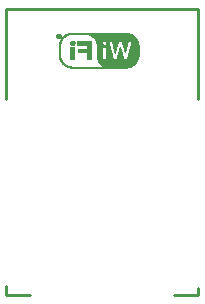
<source format=gbo>
G04 Layer_Color=11579568*
%FSAX24Y24*%
%MOIN*%
G70*
G01*
G75*
%ADD21C,0.0100*%
%ADD33C,0.0005*%
D21*
X201605Y137335D02*
X208005D01*
X201605Y134335D02*
Y137335D01*
Y127785D02*
Y128085D01*
Y127785D02*
X202405D01*
X207205D02*
X208005D01*
Y128035D01*
Y134335D02*
Y137335D01*
D33*
X203740Y136535D02*
X205620D01*
X203710Y136530D02*
X205650D01*
X203690Y136525D02*
X205670D01*
X203670Y136520D02*
X205690D01*
X203655Y136515D02*
X205705D01*
X203640Y136510D02*
X205720D01*
X203630Y136505D02*
X205730D01*
X203615Y136500D02*
X205745D01*
X203315D02*
X203365D01*
X203605Y136495D02*
X205755D01*
X203305D02*
X203380D01*
X204295Y136490D02*
X205765D01*
X203595D02*
X203730D01*
X203295D02*
X203385D01*
X204325Y136485D02*
X205775D01*
X203585D02*
X203705D01*
X203355D02*
X203390D01*
X203290D02*
X203325D01*
X204340Y136480D02*
X205785D01*
X203575D02*
X203685D01*
X203370D02*
X203400D01*
X203285D02*
X203310D01*
X204360Y136475D02*
X205790D01*
X203570D02*
X203665D01*
X203375D02*
X203400D01*
X203280D02*
X203305D01*
X204370Y136470D02*
X205800D01*
X203560D02*
X203650D01*
X203385D02*
X203405D01*
X203275D02*
X203300D01*
X204385Y136465D02*
X205810D01*
X203555D02*
X203640D01*
X203390D02*
X203410D01*
X203330D02*
X203375D01*
X203275D02*
X203295D01*
X204395Y136460D02*
X205815D01*
X203545D02*
X203625D01*
X203390D02*
X203410D01*
X203315D02*
X203375D01*
X203270D02*
X203290D01*
X204405Y136455D02*
X205820D01*
X203540D02*
X203615D01*
X203395D02*
X203415D01*
X203310D02*
X203375D01*
X203270D02*
X203285D01*
X204415Y136450D02*
X205830D01*
X203530D02*
X203605D01*
X203395D02*
X203415D01*
X203360D02*
X203375D01*
X203310D02*
X203335D01*
X203265D02*
X203285D01*
X204425Y136445D02*
X205835D01*
X203525D02*
X203595D01*
X203400D02*
X203415D01*
X203360D02*
X203375D01*
X203310D02*
X203330D01*
X203265D02*
X203280D01*
X204435Y136440D02*
X205840D01*
X203520D02*
X203590D01*
X203400D02*
X203420D01*
X203360D02*
X203375D01*
X203310D02*
X203330D01*
X203265D02*
X203280D01*
X204440Y136435D02*
X205850D01*
X203510D02*
X203580D01*
X203400D02*
X203420D01*
X203360D02*
X203375D01*
X203310D02*
X203330D01*
X203265D02*
X203280D01*
X204450Y136430D02*
X205855D01*
X203505D02*
X203575D01*
X203400D02*
X203420D01*
X203310D02*
X203375D01*
X203260D02*
X203280D01*
X204455Y136425D02*
X205860D01*
X203500D02*
X203565D01*
X203400D02*
X203420D01*
X203315D02*
X203375D01*
X203260D02*
X203280D01*
X204465Y136420D02*
X205865D01*
X203495D02*
X203560D01*
X203405D02*
X203420D01*
X203325D02*
X203375D01*
X203260D02*
X203280D01*
X204470Y136415D02*
X205870D01*
X203490D02*
X203550D01*
X203400D02*
X203420D01*
X203360D02*
X203375D01*
X203325D02*
X203350D01*
X203260D02*
X203280D01*
X204475Y136410D02*
X205875D01*
X203485D02*
X203545D01*
X203400D02*
X203420D01*
X203360D02*
X203375D01*
X203320D02*
X203340D01*
X203265D02*
X203280D01*
X204480Y136405D02*
X205880D01*
X203480D02*
X203540D01*
X203400D02*
X203420D01*
X203360D02*
X203375D01*
X203315D02*
X203340D01*
X203265D02*
X203280D01*
X204490Y136400D02*
X205885D01*
X203475D02*
X203530D01*
X203400D02*
X203415D01*
X203360D02*
X203375D01*
X203315D02*
X203335D01*
X203265D02*
X203285D01*
X204495Y136395D02*
X205890D01*
X203470D02*
X203525D01*
X203395D02*
X203415D01*
X203360D02*
X203375D01*
X203310D02*
X203330D01*
X203265D02*
X203285D01*
X204500Y136390D02*
X205895D01*
X203465D02*
X203520D01*
X203395D02*
X203410D01*
X203360D02*
X203375D01*
X203305D02*
X203330D01*
X203270D02*
X203290D01*
X204505Y136385D02*
X205900D01*
X203460D02*
X203515D01*
X203390D02*
X203410D01*
X203360D02*
X203375D01*
X203305D02*
X203325D01*
X203270D02*
X203290D01*
X204510Y136380D02*
X205905D01*
X203455D02*
X203510D01*
X203385D02*
X203405D01*
X203275D02*
X203295D01*
X204515Y136375D02*
X205910D01*
X203455D02*
X203505D01*
X203380D02*
X203405D01*
X203280D02*
X203305D01*
X204520Y136370D02*
X205910D01*
X203450D02*
X203500D01*
X203370D02*
X203400D01*
X203285D02*
X203310D01*
X204520Y136365D02*
X205915D01*
X203445D02*
X203495D01*
X203360D02*
X203395D01*
X203290D02*
X203320D01*
X204525Y136360D02*
X205920D01*
X203440D02*
X203490D01*
X203295D02*
X203385D01*
X204530Y136355D02*
X205925D01*
X203435D02*
X203490D01*
X203300D02*
X203380D01*
X204535Y136350D02*
X205925D01*
X203435D02*
X203485D01*
X203315D02*
X203365D01*
X204540Y136345D02*
X205930D01*
X203430D02*
X203480D01*
X204545Y136340D02*
X205935D01*
X203425D02*
X203475D01*
X204545Y136335D02*
X205940D01*
X203425D02*
X203470D01*
X204550Y136330D02*
X205940D01*
X203420D02*
X203470D01*
X204555Y136325D02*
X205945D01*
X203415D02*
X203465D01*
X204555Y136320D02*
X205945D01*
X203415D02*
X203460D01*
X204560Y136315D02*
X205950D01*
X203410D02*
X203460D01*
X204565Y136310D02*
X205955D01*
X203410D02*
X203455D01*
X204565Y136305D02*
X205955D01*
X203405D02*
X203450D01*
X204570Y136300D02*
X205960D01*
X203400D02*
X203450D01*
X204570Y136295D02*
X205960D01*
X203400D02*
X203445D01*
X204575Y136290D02*
X205965D01*
X203395D02*
X203445D01*
X204575Y136285D02*
X205965D01*
X203395D02*
X203440D01*
X204580Y136280D02*
X205970D01*
X203390D02*
X203435D01*
X204875Y136275D02*
X205970D01*
X204580D02*
X204850D01*
X203795D02*
X203815D01*
X203390D02*
X203435D01*
X204895Y136270D02*
X205975D01*
X204585D02*
X204835D01*
X203775D02*
X203835D01*
X203390D02*
X203430D01*
X204905Y136265D02*
X205975D01*
X204585D02*
X204825D01*
X203765D02*
X203845D01*
X203385D02*
X203430D01*
X205775Y136260D02*
X205975D01*
X205765D02*
X205770D01*
X205665D02*
X205675D01*
X205445D02*
X205660D01*
X205350D02*
X205355D01*
X205335D02*
X205345D01*
X205120D02*
X205330D01*
X205005D02*
X205010D01*
X204910D02*
X205000D01*
X204590D02*
X204815D01*
X203755D02*
X203850D01*
X203385D02*
X203430D01*
X205780Y136255D02*
X205980D01*
X205445D02*
X205645D01*
X205125D02*
X205330D01*
X204915D02*
X205000D01*
X204590D02*
X204810D01*
X203960D02*
X204415D01*
X203750D02*
X203855D01*
X203380D02*
X203425D01*
X205780Y136250D02*
X205980D01*
X205445D02*
X205645D01*
X205125D02*
X205325D01*
X204920D02*
X205000D01*
X204590D02*
X204805D01*
X203955D02*
X204415D01*
X203745D02*
X203860D01*
X203380D02*
X203425D01*
X205775Y136245D02*
X205985D01*
X205450D02*
X205645D01*
X205125D02*
X205325D01*
X204925D02*
X205005D01*
X204595D02*
X204800D01*
X203960D02*
X204415D01*
X203745D02*
X203865D01*
X203380D02*
X203420D01*
X205775Y136240D02*
X205985D01*
X205450D02*
X205645D01*
X205130D02*
X205325D01*
X204930D02*
X205005D01*
X204595D02*
X204800D01*
X203960D02*
X204415D01*
X203740D02*
X203870D01*
X203375D02*
X203420D01*
X205775Y136235D02*
X205985D01*
X205450D02*
X205640D01*
X205130D02*
X205325D01*
X204930D02*
X205005D01*
X204600D02*
X204795D01*
X203960D02*
X204415D01*
X203735D02*
X203870D01*
X203375D02*
X203420D01*
X205775Y136230D02*
X205990D01*
X205455D02*
X205640D01*
X205130D02*
X205320D01*
X204935D02*
X205005D01*
X204600D02*
X204795D01*
X203960D02*
X204415D01*
X203735D02*
X203875D01*
X203370D02*
X203415D01*
X205770Y136225D02*
X205990D01*
X205455D02*
X205640D01*
X205130D02*
X205320D01*
X204935D02*
X205010D01*
X204600D02*
X204790D01*
X203960D02*
X204415D01*
X203730D02*
X203875D01*
X203370D02*
X203415D01*
X205770Y136220D02*
X205990D01*
X205455D02*
X205640D01*
X205130D02*
X205320D01*
X204935D02*
X205010D01*
X204605D02*
X204790D01*
X203960D02*
X204415D01*
X203730D02*
X203875D01*
X203370D02*
X203410D01*
X205770Y136215D02*
X205995D01*
X205460D02*
X205635D01*
X205135D02*
X205315D01*
X204940D02*
X205010D01*
X204605D02*
X204790D01*
X203960D02*
X204415D01*
X203730D02*
X203880D01*
X203370D02*
X203410D01*
X205770Y136210D02*
X205995D01*
X205460D02*
X205635D01*
X205135D02*
X205315D01*
X204940D02*
X205010D01*
X204605D02*
X204790D01*
X203960D02*
X204415D01*
X203730D02*
X203880D01*
X203365D02*
X203410D01*
X205765Y136205D02*
X205995D01*
X205460D02*
X205635D01*
X205135D02*
X205315D01*
X204940D02*
X205015D01*
X204605D02*
X204790D01*
X203960D02*
X204415D01*
X203730D02*
X203880D01*
X203365D02*
X203410D01*
X205765Y136200D02*
X205995D01*
X205460D02*
X205635D01*
X205135D02*
X205315D01*
X204940D02*
X205015D01*
X204610D02*
X204785D01*
X203960D02*
X204415D01*
X203730D02*
X203880D01*
X203365D02*
X203405D01*
X205765Y136195D02*
X206000D01*
X205465D02*
X205635D01*
X205140D02*
X205310D01*
X204940D02*
X205015D01*
X204610D02*
X204790D01*
X203960D02*
X204415D01*
X203730D02*
X203880D01*
X203360D02*
X203405D01*
X205765Y136190D02*
X206000D01*
X205465D02*
X205630D01*
X205140D02*
X205310D01*
X204940D02*
X205015D01*
X204610D02*
X204790D01*
X203960D02*
X204415D01*
X203730D02*
X203880D01*
X203360D02*
X203405D01*
X205760Y136185D02*
X206000D01*
X205465D02*
X205630D01*
X205140D02*
X205310D01*
X204935D02*
X205020D01*
X204610D02*
X204790D01*
X203960D02*
X204415D01*
X203730D02*
X203880D01*
X203360D02*
X203405D01*
X205760Y136180D02*
X206000D01*
X205470D02*
X205630D01*
X205140D02*
X205305D01*
X204935D02*
X205020D01*
X204615D02*
X204790D01*
X203960D02*
X204415D01*
X203730D02*
X203875D01*
X203360D02*
X203400D01*
X205760Y136175D02*
X206000D01*
X205470D02*
X205630D01*
X205145D02*
X205305D01*
X204935D02*
X205020D01*
X204615D02*
X204790D01*
X203960D02*
X204415D01*
X203735D02*
X203875D01*
X203360D02*
X203400D01*
X205755Y136170D02*
X206005D01*
X205470D02*
X205625D01*
X205145D02*
X205305D01*
X204935D02*
X205020D01*
X204615D02*
X204795D01*
X203960D02*
X204415D01*
X203735D02*
X203875D01*
X203355D02*
X203400D01*
X205755Y136165D02*
X206005D01*
X205470D02*
X205625D01*
X205145D02*
X205305D01*
X204930D02*
X205025D01*
X204615D02*
X204795D01*
X203960D02*
X204415D01*
X203735D02*
X203870D01*
X203355D02*
X203400D01*
X205755Y136160D02*
X206005D01*
X205475D02*
X205625D01*
X205145D02*
X205300D01*
X204930D02*
X205025D01*
X204615D02*
X204800D01*
X203960D02*
X204415D01*
X203740D02*
X203870D01*
X203355D02*
X203400D01*
X205755Y136155D02*
X206005D01*
X205475D02*
X205625D01*
X205150D02*
X205300D01*
X204925D02*
X205025D01*
X204615D02*
X204805D01*
X203960D02*
X204415D01*
X203745D02*
X203865D01*
X203355D02*
X203395D01*
X205750Y136150D02*
X206005D01*
X205475D02*
X205625D01*
X205150D02*
X205300D01*
X204920D02*
X205030D01*
X204615D02*
X204805D01*
X203960D02*
X204415D01*
X203745D02*
X203860D01*
X203355D02*
X203395D01*
X205750Y136145D02*
X206005D01*
X205480D02*
X205620D01*
X205150D02*
X205295D01*
X204915D02*
X205030D01*
X204620D02*
X204810D01*
X203955D02*
X204415D01*
X203750D02*
X203855D01*
X203355D02*
X203395D01*
X205750Y136140D02*
X206005D01*
X205480D02*
X205620D01*
X205150D02*
X205295D01*
X204910D02*
X205030D01*
X204620D02*
X204815D01*
X203960D02*
X204415D01*
X203760D02*
X203850D01*
X203355D02*
X203395D01*
X205750Y136135D02*
X206010D01*
X205480D02*
X205620D01*
X205150D02*
X205295D01*
X204900D02*
X205030D01*
X204620D02*
X204825D01*
X204280D02*
X204415D01*
X203765D02*
X203845D01*
X203350D02*
X203395D01*
X205745Y136130D02*
X206010D01*
X205485D02*
X205620D01*
X205155D02*
X205295D01*
X204890D02*
X205035D01*
X204620D02*
X204835D01*
X204280D02*
X204415D01*
X203775D02*
X203830D01*
X203350D02*
X203395D01*
X205745Y136125D02*
X206010D01*
X205485D02*
X205615D01*
X205155D02*
X205290D01*
X204870D02*
X205035D01*
X204620D02*
X204865D01*
X204280D02*
X204415D01*
X203805D02*
X203810D01*
X203350D02*
X203395D01*
X205745Y136120D02*
X206010D01*
X205485D02*
X205615D01*
X205155D02*
X205290D01*
X204620D02*
X205035D01*
X204280D02*
X204415D01*
X203350D02*
X203395D01*
X205745Y136115D02*
X206010D01*
X205485D02*
X205615D01*
X205155D02*
X205290D01*
X204620D02*
X205035D01*
X204280D02*
X204415D01*
X203350D02*
X203395D01*
X205740Y136110D02*
X206010D01*
X205490D02*
X205615D01*
X205155D02*
X205285D01*
X204620D02*
X205040D01*
X204280D02*
X204415D01*
X203350D02*
X203395D01*
X205740Y136105D02*
X206010D01*
X205490D02*
X205615D01*
X205160D02*
X205285D01*
X204620D02*
X205040D01*
X204280D02*
X204415D01*
X203350D02*
X203395D01*
X205740Y136100D02*
X206010D01*
X205490D02*
X205610D01*
X205160D02*
X205285D01*
X204620D02*
X205040D01*
X204280D02*
X204415D01*
X203350D02*
X203395D01*
X205735Y136095D02*
X206010D01*
X205495D02*
X205610D01*
X205160D02*
X205285D01*
X204620D02*
X205040D01*
X204280D02*
X204415D01*
X203350D02*
X203395D01*
X205735Y136090D02*
X206010D01*
X205495D02*
X205610D01*
X205160D02*
X205280D01*
X204620D02*
X205045D01*
X204280D02*
X204415D01*
X203350D02*
X203395D01*
X205735Y136085D02*
X206010D01*
X205495D02*
X205610D01*
X205165D02*
X205280D01*
X204620D02*
X205045D01*
X204280D02*
X204415D01*
X203350D02*
X203395D01*
X205735Y136080D02*
X206010D01*
X205495D02*
X205605D01*
X205165D02*
X205280D01*
X204620D02*
X205045D01*
X204280D02*
X204415D01*
X203350D02*
X203395D01*
X205730Y136075D02*
X206010D01*
X205500D02*
X205605D01*
X205165D02*
X205275D01*
X204620D02*
X205045D01*
X204280D02*
X204415D01*
X203350D02*
X203395D01*
X205730Y136070D02*
X206010D01*
X205500D02*
X205605D01*
X205165D02*
X205275D01*
X204620D02*
X205050D01*
X204280D02*
X204415D01*
X203350D02*
X203395D01*
X205730Y136065D02*
X206010D01*
X205500D02*
X205605D01*
X205390D02*
X205395D01*
X205170D02*
X205275D01*
X204930D02*
X205050D01*
X204620D02*
X204800D01*
X204280D02*
X204415D01*
X203740D02*
X203870D01*
X203350D02*
X203395D01*
X205730Y136060D02*
X206010D01*
X205505D02*
X205600D01*
X205385D02*
X205395D01*
X205170D02*
X205275D01*
X204930D02*
X205050D01*
X204620D02*
X204800D01*
X204280D02*
X204415D01*
X203740D02*
X203870D01*
X203350D02*
X203395D01*
X205725Y136055D02*
X206010D01*
X205505D02*
X205600D01*
X205385D02*
X205395D01*
X205170D02*
X205270D01*
X204930D02*
X205055D01*
X204620D02*
X204800D01*
X204280D02*
X204415D01*
X203740D02*
X203870D01*
X203350D02*
X203395D01*
X205725Y136050D02*
X206010D01*
X205505D02*
X205600D01*
X205385D02*
X205395D01*
X205170D02*
X205270D01*
X204930D02*
X205055D01*
X204620D02*
X204800D01*
X204280D02*
X204415D01*
X203740D02*
X203870D01*
X203350D02*
X203395D01*
X205725Y136045D02*
X206010D01*
X205510D02*
X205600D01*
X205385D02*
X205400D01*
X205175D02*
X205270D01*
X204930D02*
X205055D01*
X204620D02*
X204800D01*
X204280D02*
X204415D01*
X203740D02*
X203870D01*
X203350D02*
X203395D01*
X205725Y136040D02*
X206010D01*
X205510D02*
X205600D01*
X205380D02*
X205400D01*
X205175D02*
X205270D01*
X204925D02*
X205055D01*
X204620D02*
X204800D01*
X204280D02*
X204415D01*
X203740D02*
X203870D01*
X203350D02*
X203395D01*
X205720Y136035D02*
X206010D01*
X205510D02*
X205595D01*
X205380D02*
X205400D01*
X205175D02*
X205265D01*
X204930D02*
X205060D01*
X204620D02*
X204800D01*
X204280D02*
X204415D01*
X203740D02*
X203870D01*
X203350D02*
X203395D01*
X205720Y136030D02*
X206010D01*
X205510D02*
X205595D01*
X205380D02*
X205405D01*
X205175D02*
X205265D01*
X204930D02*
X205060D01*
X204620D02*
X204800D01*
X204280D02*
X204415D01*
X203740D02*
X203870D01*
X203350D02*
X203395D01*
X205720Y136025D02*
X206010D01*
X205515D02*
X205595D01*
X205375D02*
X205405D01*
X205175D02*
X205265D01*
X204930D02*
X205060D01*
X204620D02*
X204800D01*
X204280D02*
X204415D01*
X203740D02*
X203870D01*
X203350D02*
X203395D01*
X205715Y136020D02*
X206010D01*
X205515D02*
X205595D01*
X205375D02*
X205405D01*
X205180D02*
X205260D01*
X204930D02*
X205060D01*
X204620D02*
X204800D01*
X204280D02*
X204415D01*
X203740D02*
X203870D01*
X203350D02*
X203395D01*
X205715Y136015D02*
X206010D01*
X205515D02*
X205590D01*
X205375D02*
X205405D01*
X205180D02*
X205260D01*
X204930D02*
X205065D01*
X204620D02*
X204800D01*
X204280D02*
X204415D01*
X203740D02*
X203870D01*
X203350D02*
X203395D01*
X205715Y136010D02*
X206010D01*
X205520D02*
X205590D01*
X205375D02*
X205410D01*
X205180D02*
X205260D01*
X204930D02*
X205065D01*
X204620D02*
X204800D01*
X203980D02*
X204415D01*
X203740D02*
X203870D01*
X203350D02*
X203395D01*
X205715Y136005D02*
X206010D01*
X205520D02*
X205590D01*
X205370D02*
X205410D01*
X205180D02*
X205260D01*
X204930D02*
X205065D01*
X204620D02*
X204800D01*
X203980D02*
X204415D01*
X203740D02*
X203870D01*
X203350D02*
X203395D01*
X205710Y136000D02*
X206010D01*
X205520D02*
X205590D01*
X205370D02*
X205410D01*
X205185D02*
X205255D01*
X204930D02*
X205065D01*
X204620D02*
X204800D01*
X203980D02*
X204415D01*
X203740D02*
X203870D01*
X203350D02*
X203395D01*
X205710Y135995D02*
X206010D01*
X205525D02*
X205590D01*
X205370D02*
X205415D01*
X205185D02*
X205255D01*
X204930D02*
X205070D01*
X204620D02*
X204800D01*
X203980D02*
X204415D01*
X203740D02*
X203870D01*
X203350D02*
X203395D01*
X205710Y135990D02*
X206010D01*
X205525D02*
X205585D01*
X205365D02*
X205415D01*
X205185D02*
X205255D01*
X204930D02*
X205070D01*
X204620D02*
X204800D01*
X203980D02*
X204415D01*
X203740D02*
X203870D01*
X203350D02*
X203395D01*
X205710Y135985D02*
X206010D01*
X205525D02*
X205585D01*
X205365D02*
X205415D01*
X205185D02*
X205250D01*
X204930D02*
X205070D01*
X204620D02*
X204800D01*
X203980D02*
X204415D01*
X203740D02*
X203870D01*
X203350D02*
X203395D01*
X205705Y135980D02*
X206010D01*
X205525D02*
X205585D01*
X205365D02*
X205415D01*
X205190D02*
X205250D01*
X204930D02*
X205075D01*
X204620D02*
X204800D01*
X203980D02*
X204415D01*
X203740D02*
X203870D01*
X203350D02*
X203395D01*
X205705Y135975D02*
X206010D01*
X205530D02*
X205585D01*
X205365D02*
X205420D01*
X205190D02*
X205250D01*
X204930D02*
X205075D01*
X204620D02*
X204800D01*
X203980D02*
X204415D01*
X203740D02*
X203870D01*
X203350D02*
X203395D01*
X205705Y135970D02*
X206010D01*
X205530D02*
X205580D01*
X205360D02*
X205420D01*
X205190D02*
X205250D01*
X204930D02*
X205075D01*
X204620D02*
X204800D01*
X203980D02*
X204415D01*
X203740D02*
X203870D01*
X203350D02*
X203395D01*
X205700Y135965D02*
X206010D01*
X205530D02*
X205580D01*
X205360D02*
X205420D01*
X205190D02*
X205245D01*
X204930D02*
X205075D01*
X204620D02*
X204800D01*
X203980D02*
X204415D01*
X203740D02*
X203870D01*
X203350D02*
X203395D01*
X205700Y135960D02*
X206010D01*
X205535D02*
X205580D01*
X205360D02*
X205425D01*
X205190D02*
X205245D01*
X204930D02*
X205080D01*
X204620D02*
X204800D01*
X203980D02*
X204415D01*
X203740D02*
X203870D01*
X203350D02*
X203395D01*
X205700Y135955D02*
X206010D01*
X205535D02*
X205580D01*
X205355D02*
X205425D01*
X205195D02*
X205245D01*
X204930D02*
X205080D01*
X204620D02*
X204800D01*
X203980D02*
X204415D01*
X203740D02*
X203870D01*
X203350D02*
X203395D01*
X205700Y135950D02*
X206010D01*
X205535D02*
X205580D01*
X205355D02*
X205425D01*
X205195D02*
X205240D01*
X204930D02*
X205080D01*
X204620D02*
X204800D01*
X203980D02*
X204415D01*
X203740D02*
X203870D01*
X203350D02*
X203395D01*
X205695Y135945D02*
X206010D01*
X205535D02*
X205575D01*
X205355D02*
X205425D01*
X205195D02*
X205240D01*
X204930D02*
X205080D01*
X204620D02*
X204800D01*
X203980D02*
X204415D01*
X203740D02*
X203870D01*
X203350D02*
X203395D01*
X205695Y135940D02*
X206010D01*
X205540D02*
X205575D01*
X205355D02*
X205430D01*
X205195D02*
X205240D01*
X204930D02*
X205085D01*
X204620D02*
X204800D01*
X203980D02*
X204415D01*
X203740D02*
X203870D01*
X203350D02*
X203395D01*
X205695Y135935D02*
X206010D01*
X205540D02*
X205575D01*
X205350D02*
X205430D01*
X205200D02*
X205235D01*
X204930D02*
X205085D01*
X204620D02*
X204800D01*
X203980D02*
X204415D01*
X203740D02*
X203870D01*
X203350D02*
X203395D01*
X205695Y135930D02*
X206010D01*
X205540D02*
X205575D01*
X205350D02*
X205430D01*
X205200D02*
X205235D01*
X204930D02*
X205085D01*
X204620D02*
X204800D01*
X203980D02*
X204415D01*
X203740D02*
X203870D01*
X203350D02*
X203395D01*
X205690Y135925D02*
X206010D01*
X205545D02*
X205570D01*
X205350D02*
X205435D01*
X205200D02*
X205235D01*
X204930D02*
X205085D01*
X204620D02*
X204800D01*
X203980D02*
X204415D01*
X203740D02*
X203870D01*
X203350D02*
X203395D01*
X205690Y135920D02*
X206010D01*
X205545D02*
X205570D01*
X205345D02*
X205435D01*
X205200D02*
X205235D01*
X204930D02*
X205090D01*
X204620D02*
X204800D01*
X203980D02*
X204415D01*
X203740D02*
X203870D01*
X203350D02*
X203395D01*
X205690Y135915D02*
X206010D01*
X205545D02*
X205570D01*
X205345D02*
X205435D01*
X205205D02*
X205230D01*
X204930D02*
X205090D01*
X204620D02*
X204800D01*
X203980D02*
X204415D01*
X203740D02*
X203870D01*
X203350D02*
X203395D01*
X205690Y135910D02*
X206010D01*
X205550D02*
X205570D01*
X205345D02*
X205435D01*
X205205D02*
X205230D01*
X204930D02*
X205090D01*
X204620D02*
X204800D01*
X203980D02*
X204415D01*
X203740D02*
X203870D01*
X203350D02*
X203395D01*
X205685Y135905D02*
X206010D01*
X205550D02*
X205570D01*
X205345D02*
X205440D01*
X205205D02*
X205230D01*
X204930D02*
X205090D01*
X204620D02*
X204800D01*
X203980D02*
X204415D01*
X203740D02*
X203870D01*
X203350D02*
X203395D01*
X205685Y135900D02*
X206010D01*
X205550D02*
X205565D01*
X205340D02*
X205440D01*
X205205D02*
X205230D01*
X204930D02*
X205095D01*
X204620D02*
X204800D01*
X203980D02*
X204415D01*
X203740D02*
X203870D01*
X203350D02*
X203395D01*
X205685Y135895D02*
X206010D01*
X205550D02*
X205565D01*
X205340D02*
X205440D01*
X205205D02*
X205225D01*
X204930D02*
X205095D01*
X204620D02*
X204800D01*
X203980D02*
X204415D01*
X203740D02*
X203870D01*
X203350D02*
X203395D01*
X205680Y135890D02*
X206010D01*
X205555D02*
X205565D01*
X205340D02*
X205445D01*
X205210D02*
X205225D01*
X204930D02*
X205095D01*
X204620D02*
X204800D01*
X203980D02*
X204415D01*
X203740D02*
X203870D01*
X203350D02*
X203395D01*
X205680Y135885D02*
X206010D01*
X205555D02*
X205565D01*
X205335D02*
X205445D01*
X205210D02*
X205225D01*
X204930D02*
X205100D01*
X204620D02*
X204800D01*
X204280D02*
X204415D01*
X203740D02*
X203870D01*
X203350D02*
X203395D01*
X205680Y135880D02*
X206010D01*
X205555D02*
X205560D01*
X205335D02*
X205445D01*
X205210D02*
X205220D01*
X204930D02*
X205100D01*
X204620D02*
X204800D01*
X204280D02*
X204415D01*
X203740D02*
X203870D01*
X203350D02*
X203395D01*
X205680Y135875D02*
X206010D01*
X205335D02*
X205445D01*
X205210D02*
X205220D01*
X204930D02*
X205100D01*
X204620D02*
X204800D01*
X204280D02*
X204415D01*
X203740D02*
X203870D01*
X203350D02*
X203395D01*
X205675Y135870D02*
X206010D01*
X205335D02*
X205450D01*
X205215D02*
X205220D01*
X204930D02*
X205100D01*
X204620D02*
X204800D01*
X204280D02*
X204415D01*
X203740D02*
X203870D01*
X203350D02*
X203395D01*
X205675Y135865D02*
X206010D01*
X205330D02*
X205450D01*
X205215D02*
X205220D01*
X204930D02*
X205105D01*
X204620D02*
X204800D01*
X204280D02*
X204415D01*
X203740D02*
X203870D01*
X203350D02*
X203395D01*
X205675Y135860D02*
X206010D01*
X205330D02*
X205450D01*
X204930D02*
X205105D01*
X204620D02*
X204800D01*
X204280D02*
X204415D01*
X203740D02*
X203870D01*
X203350D02*
X203395D01*
X205675Y135855D02*
X206010D01*
X205330D02*
X205455D01*
X204930D02*
X205105D01*
X204620D02*
X204800D01*
X204280D02*
X204415D01*
X203740D02*
X203870D01*
X203350D02*
X203395D01*
X205670Y135850D02*
X206010D01*
X205325D02*
X205455D01*
X204930D02*
X205105D01*
X204620D02*
X204800D01*
X204280D02*
X204415D01*
X203740D02*
X203870D01*
X203350D02*
X203395D01*
X205670Y135845D02*
X206010D01*
X205325D02*
X205455D01*
X204930D02*
X205110D01*
X204620D02*
X204800D01*
X204280D02*
X204415D01*
X203740D02*
X203870D01*
X203350D02*
X203395D01*
X205670Y135840D02*
X206010D01*
X205325D02*
X205460D01*
X204930D02*
X205110D01*
X204620D02*
X204800D01*
X204280D02*
X204415D01*
X203740D02*
X203870D01*
X203350D02*
X203395D01*
X205665Y135835D02*
X206010D01*
X205320D02*
X205460D01*
X204930D02*
X205110D01*
X204620D02*
X204800D01*
X204280D02*
X204415D01*
X203740D02*
X203870D01*
X203350D02*
X203395D01*
X205665Y135830D02*
X206010D01*
X205320D02*
X205460D01*
X204930D02*
X205110D01*
X204620D02*
X204800D01*
X204280D02*
X204415D01*
X203740D02*
X203870D01*
X203350D02*
X203395D01*
X205665Y135825D02*
X206010D01*
X205320D02*
X205460D01*
X204930D02*
X205115D01*
X204620D02*
X204800D01*
X204280D02*
X204415D01*
X203740D02*
X203870D01*
X203350D02*
X203395D01*
X205665Y135820D02*
X206010D01*
X205320D02*
X205465D01*
X204930D02*
X205115D01*
X204620D02*
X204800D01*
X204280D02*
X204415D01*
X203740D02*
X203870D01*
X203350D02*
X203395D01*
X205660Y135815D02*
X206010D01*
X205315D02*
X205465D01*
X204930D02*
X205115D01*
X204620D02*
X204800D01*
X204280D02*
X204415D01*
X203740D02*
X203870D01*
X203350D02*
X203395D01*
X205660Y135810D02*
X206010D01*
X205315D02*
X205465D01*
X204930D02*
X205115D01*
X204620D02*
X204800D01*
X204280D02*
X204415D01*
X203740D02*
X203870D01*
X203350D02*
X203395D01*
X205660Y135805D02*
X206010D01*
X205315D02*
X205470D01*
X204930D02*
X205120D01*
X204620D02*
X204800D01*
X204280D02*
X204415D01*
X203740D02*
X203870D01*
X203350D02*
X203395D01*
X205660Y135800D02*
X206010D01*
X205315D02*
X205470D01*
X204930D02*
X205120D01*
X204620D02*
X204800D01*
X204280D02*
X204415D01*
X203740D02*
X203870D01*
X203350D02*
X203395D01*
X205655Y135795D02*
X206010D01*
X205310D02*
X205470D01*
X204930D02*
X205120D01*
X204620D02*
X204800D01*
X204280D02*
X204415D01*
X203740D02*
X203870D01*
X203350D02*
X203395D01*
X205655Y135790D02*
X206010D01*
X205310D02*
X205470D01*
X204930D02*
X205125D01*
X204620D02*
X204800D01*
X204280D02*
X204415D01*
X203740D02*
X203870D01*
X203350D02*
X203395D01*
X205655Y135785D02*
X206010D01*
X205310D02*
X205475D01*
X204930D02*
X205125D01*
X204620D02*
X204800D01*
X204280D02*
X204415D01*
X203740D02*
X203870D01*
X203350D02*
X203395D01*
X205655Y135780D02*
X206010D01*
X205305D02*
X205475D01*
X204930D02*
X205125D01*
X204620D02*
X204800D01*
X204280D02*
X204415D01*
X203740D02*
X203870D01*
X203350D02*
X203395D01*
X205650Y135775D02*
X206010D01*
X205305D02*
X205475D01*
X204930D02*
X205125D01*
X204620D02*
X204800D01*
X204280D02*
X204415D01*
X203740D02*
X203870D01*
X203350D02*
X203395D01*
X205650Y135770D02*
X206010D01*
X205305D02*
X205480D01*
X204930D02*
X205130D01*
X204620D02*
X204800D01*
X204280D02*
X204415D01*
X203740D02*
X203870D01*
X203350D02*
X203395D01*
X205650Y135765D02*
X206005D01*
X205305D02*
X205480D01*
X204930D02*
X205130D01*
X204620D02*
X204800D01*
X204280D02*
X204415D01*
X203740D02*
X203870D01*
X203355D02*
X203395D01*
X205645Y135760D02*
X206005D01*
X205300D02*
X205480D01*
X204930D02*
X205130D01*
X204625D02*
X204800D01*
X204280D02*
X204415D01*
X203740D02*
X203870D01*
X203355D02*
X203395D01*
X205645Y135755D02*
X206005D01*
X205300D02*
X205480D01*
X204930D02*
X205130D01*
X204625D02*
X204800D01*
X204280D02*
X204415D01*
X203740D02*
X203870D01*
X203355D02*
X203395D01*
X205645Y135750D02*
X206005D01*
X205300D02*
X205485D01*
X204930D02*
X205135D01*
X204625D02*
X204800D01*
X204280D02*
X204415D01*
X203740D02*
X203870D01*
X203355D02*
X203395D01*
X205645Y135745D02*
X206005D01*
X205295D02*
X205485D01*
X204930D02*
X205135D01*
X204625D02*
X204800D01*
X204280D02*
X204415D01*
X203740D02*
X203870D01*
X203355D02*
X203400D01*
X205640Y135740D02*
X206005D01*
X205295D02*
X205485D01*
X204930D02*
X205135D01*
X204625D02*
X204800D01*
X204280D02*
X204415D01*
X203740D02*
X203870D01*
X203355D02*
X203400D01*
X205640Y135735D02*
X206005D01*
X205295D02*
X205490D01*
X204930D02*
X205135D01*
X204625D02*
X204800D01*
X204280D02*
X204415D01*
X203740D02*
X203870D01*
X203360D02*
X203400D01*
X205640Y135730D02*
X206000D01*
X205290D02*
X205490D01*
X204930D02*
X205140D01*
X204625D02*
X204800D01*
X204280D02*
X204415D01*
X203740D02*
X203870D01*
X203360D02*
X203400D01*
X205640Y135725D02*
X206000D01*
X205290D02*
X205490D01*
X204930D02*
X205140D01*
X204625D02*
X204800D01*
X204280D02*
X204415D01*
X203740D02*
X203870D01*
X203360D02*
X203400D01*
X205635Y135720D02*
X206000D01*
X205290D02*
X205490D01*
X204930D02*
X205140D01*
X204630D02*
X204800D01*
X204280D02*
X204415D01*
X203740D02*
X203870D01*
X203360D02*
X203405D01*
X205635Y135715D02*
X206000D01*
X205290D02*
X205495D01*
X204930D02*
X205140D01*
X204630D02*
X204800D01*
X204280D02*
X204415D01*
X203740D02*
X203870D01*
X203360D02*
X203405D01*
X205635Y135710D02*
X206000D01*
X205285D02*
X205495D01*
X204930D02*
X205145D01*
X204630D02*
X204800D01*
X204280D02*
X204415D01*
X203740D02*
X203870D01*
X203365D02*
X203405D01*
X205635Y135705D02*
X205995D01*
X205285D02*
X205495D01*
X204930D02*
X205145D01*
X204630D02*
X204800D01*
X204280D02*
X204415D01*
X203740D02*
X203870D01*
X203365D02*
X203405D01*
X205630Y135700D02*
X205995D01*
X205285D02*
X205500D01*
X204930D02*
X205145D01*
X204630D02*
X204800D01*
X204280D02*
X204415D01*
X203740D02*
X203870D01*
X203365D02*
X203410D01*
X205630Y135695D02*
X205995D01*
X205280D02*
X205500D01*
X204930D02*
X205150D01*
X204635D02*
X204800D01*
X204280D02*
X204415D01*
X203740D02*
X203870D01*
X203365D02*
X203410D01*
X205630Y135690D02*
X205990D01*
X205280D02*
X205500D01*
X204930D02*
X205150D01*
X204635D02*
X204800D01*
X204280D02*
X204415D01*
X203740D02*
X203870D01*
X203370D02*
X203410D01*
X205625Y135685D02*
X205990D01*
X205280D02*
X205500D01*
X204930D02*
X205150D01*
X204635D02*
X204800D01*
X204280D02*
X204415D01*
X203740D02*
X203870D01*
X203370D02*
X203415D01*
X205625Y135680D02*
X205990D01*
X205280D02*
X205505D01*
X204930D02*
X205150D01*
X204635D02*
X204800D01*
X204280D02*
X204415D01*
X203740D02*
X203870D01*
X203370D02*
X203415D01*
X205625Y135675D02*
X205990D01*
X205275D02*
X205505D01*
X204925D02*
X205155D01*
X204640D02*
X204800D01*
X204280D02*
X204415D01*
X203740D02*
X203870D01*
X203375D02*
X203415D01*
X205625Y135670D02*
X205985D01*
X205275D02*
X205505D01*
X204925D02*
X205155D01*
X204640D02*
X204800D01*
X204280D02*
X204415D01*
X203740D02*
X203870D01*
X203375D02*
X203420D01*
X205620Y135665D02*
X205985D01*
X205275D02*
X205510D01*
X204930D02*
X205155D01*
X204640D02*
X204800D01*
X204280D02*
X204415D01*
X203740D02*
X203870D01*
X203375D02*
X203420D01*
X205620Y135660D02*
X205980D01*
X205270D02*
X205510D01*
X204930D02*
X205155D01*
X204640D02*
X204800D01*
X204280D02*
X204415D01*
X203740D02*
X203870D01*
X203380D02*
X203420D01*
X205620Y135655D02*
X205980D01*
X205270D02*
X205510D01*
X204930D02*
X205160D01*
X204645D02*
X204800D01*
X204280D02*
X204415D01*
X203740D02*
X203870D01*
X203380D02*
X203425D01*
X205615Y135650D02*
X205980D01*
X205600D02*
X205605D01*
X205270D02*
X205520D01*
X205255D02*
X205260D01*
X205240D02*
X205250D01*
X204925D02*
X205160D01*
X204645D02*
X204800D01*
X204280D02*
X204405D01*
X203850D02*
X203860D01*
X203760D02*
X203840D01*
X203740D02*
X203745D01*
X203380D02*
X203425D01*
X204645Y135645D02*
X205975D01*
X203385D02*
X203430D01*
X204650Y135640D02*
X205975D01*
X203385D02*
X203430D01*
X204650Y135635D02*
X205970D01*
X203390D02*
X203435D01*
X204650Y135630D02*
X205970D01*
X203390D02*
X203435D01*
X204655Y135625D02*
X205970D01*
X203395D02*
X203440D01*
X204655Y135620D02*
X205965D01*
X203395D02*
X203440D01*
X204660Y135615D02*
X205965D01*
X203400D02*
X203445D01*
X204660Y135610D02*
X205960D01*
X203400D02*
X203445D01*
X204660Y135605D02*
X205960D01*
X203405D02*
X203450D01*
X204665Y135600D02*
X205955D01*
X203405D02*
X203450D01*
X204665Y135595D02*
X205950D01*
X203410D02*
X203455D01*
X204670Y135590D02*
X205950D01*
X203410D02*
X203460D01*
X204670Y135585D02*
X205945D01*
X203415D02*
X203460D01*
X204675Y135580D02*
X205945D01*
X203415D02*
X203465D01*
X204675Y135575D02*
X205940D01*
X203420D02*
X203470D01*
X204680Y135570D02*
X205935D01*
X203425D02*
X203475D01*
X204680Y135565D02*
X205935D01*
X203425D02*
X203475D01*
X204685Y135560D02*
X205930D01*
X203430D02*
X203480D01*
X204685Y135555D02*
X205925D01*
X203435D02*
X203485D01*
X204690Y135550D02*
X205920D01*
X203440D02*
X203490D01*
X204695Y135545D02*
X205920D01*
X203440D02*
X203495D01*
X204695Y135540D02*
X205915D01*
X203445D02*
X203500D01*
X204700Y135535D02*
X205910D01*
X203450D02*
X203500D01*
X204705Y135530D02*
X205905D01*
X203455D02*
X203505D01*
X204705Y135525D02*
X205905D01*
X203460D02*
X203510D01*
X204710Y135520D02*
X205900D01*
X203460D02*
X203515D01*
X204715Y135515D02*
X205895D01*
X203465D02*
X203525D01*
X204715Y135510D02*
X205890D01*
X203470D02*
X203530D01*
X204720Y135505D02*
X205885D01*
X203475D02*
X203535D01*
X204725Y135500D02*
X205880D01*
X203480D02*
X203540D01*
X204730Y135495D02*
X205875D01*
X203485D02*
X203545D01*
X204735Y135490D02*
X205870D01*
X203490D02*
X203555D01*
X204735Y135485D02*
X205865D01*
X203495D02*
X203560D01*
X204740Y135480D02*
X205860D01*
X203500D02*
X203565D01*
X204745Y135475D02*
X205850D01*
X203510D02*
X203575D01*
X204750Y135470D02*
X205845D01*
X203515D02*
X203580D01*
X204755Y135465D02*
X205840D01*
X203520D02*
X203590D01*
X204760Y135460D02*
X205835D01*
X203525D02*
X203600D01*
X204765Y135455D02*
X205830D01*
X203535D02*
X203610D01*
X204770Y135450D02*
X205820D01*
X203540D02*
X203620D01*
X204775Y135445D02*
X205815D01*
X203545D02*
X203630D01*
X204780Y135440D02*
X205805D01*
X203555D02*
X203640D01*
X204785Y135435D02*
X205800D01*
X203560D02*
X203655D01*
X204790Y135430D02*
X205790D01*
X203570D02*
X203670D01*
X204795Y135425D02*
X205780D01*
X203580D02*
X203685D01*
X204805Y135420D02*
X205770D01*
X203590D02*
X203710D01*
X204810Y135415D02*
X205760D01*
X203600D02*
X203745D01*
X203610Y135410D02*
X205750D01*
X203620Y135405D02*
X205740D01*
X203630Y135400D02*
X205730D01*
X203645Y135395D02*
X205715D01*
X203660Y135390D02*
X205700D01*
X203675Y135385D02*
X205685D01*
X203695Y135380D02*
X205665D01*
X203715Y135375D02*
X205640D01*
X203755Y135370D02*
X205605D01*
M02*

</source>
